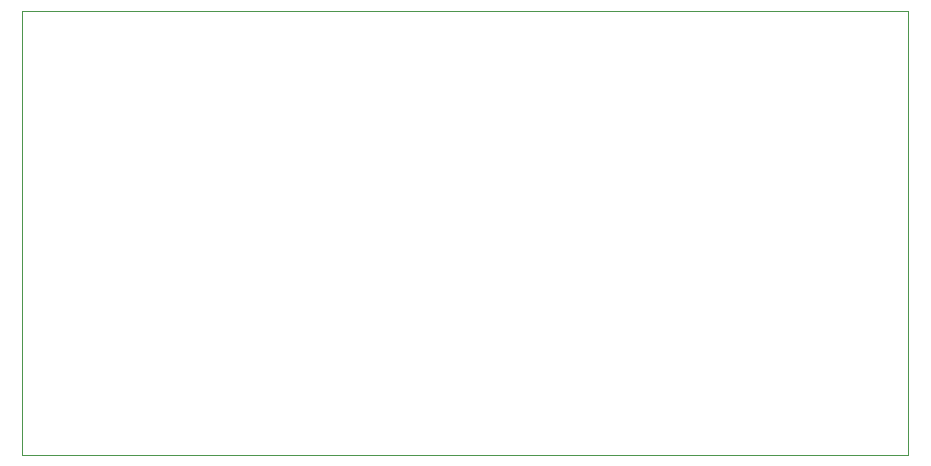
<source format=gm1>
G04 #@! TF.GenerationSoftware,KiCad,Pcbnew,5.1.9*
G04 #@! TF.CreationDate,2021-04-12T04:07:40-03:00*
G04 #@! TF.ProjectId,Controle,436f6e74-726f-46c6-952e-6b696361645f,rev?*
G04 #@! TF.SameCoordinates,Original*
G04 #@! TF.FileFunction,Profile,NP*
%FSLAX46Y46*%
G04 Gerber Fmt 4.6, Leading zero omitted, Abs format (unit mm)*
G04 Created by KiCad (PCBNEW 5.1.9) date 2021-04-12 04:07:40*
%MOMM*%
%LPD*%
G01*
G04 APERTURE LIST*
G04 #@! TA.AperFunction,Profile*
%ADD10C,0.050000*%
G04 #@! TD*
G04 APERTURE END LIST*
D10*
X195726400Y-89229340D02*
X120722920Y-89229980D01*
X195726400Y-51684000D02*
X195726400Y-89229340D01*
X120722920Y-51684000D02*
X195726400Y-51684000D01*
X120722920Y-89229980D02*
X120722920Y-51684000D01*
M02*

</source>
